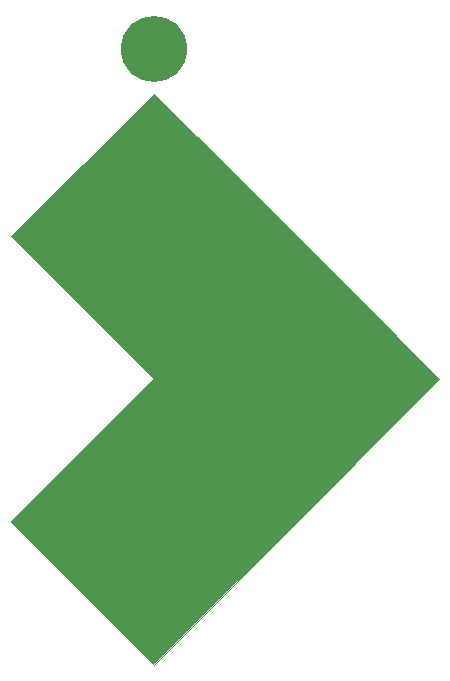
<source format=gbl>
G04 #@! TF.GenerationSoftware,KiCad,Pcbnew,(5.1.5)-3*
G04 #@! TF.CreationDate,2019-12-21T12:13:30-08:00*
G04 #@! TF.ProjectId,mole-diamond-keychain,6d6f6c65-2d64-4696-916d-6f6e642d6b65,A*
G04 #@! TF.SameCoordinates,Original*
G04 #@! TF.FileFunction,Copper,L2,Bot*
G04 #@! TF.FilePolarity,Positive*
%FSLAX46Y46*%
G04 Gerber Fmt 4.6, Leading zero omitted, Abs format (unit mm)*
G04 Created by KiCad (PCBNEW (5.1.5)-3) date 2019-12-21 12:13:30*
%MOMM*%
%LPD*%
G04 APERTURE LIST*
%ADD10C,0.010000*%
%ADD11C,5.600000*%
G04 APERTURE END LIST*
D10*
G36*
X-6074926Y43497409D02*
G01*
X-12107187Y37464706D01*
X-42629Y25400148D01*
X-6096000Y19346334D01*
X-12149370Y13292519D01*
X-42148Y1185297D01*
X24130000Y25357889D01*
X12043668Y37444000D01*
X-42665Y49530111D01*
X-6074926Y43497409D01*
G37*
X-6074926Y43497409D02*
X-12107187Y37464706D01*
X-42629Y25400148D01*
X-6096000Y19346334D01*
X-12149370Y13292519D01*
X-42148Y1185297D01*
X24130000Y25357889D01*
X12043668Y37444000D01*
X-42665Y49530111D01*
X-6074926Y43497409D01*
D11*
X0Y53340000D03*
M02*

</source>
